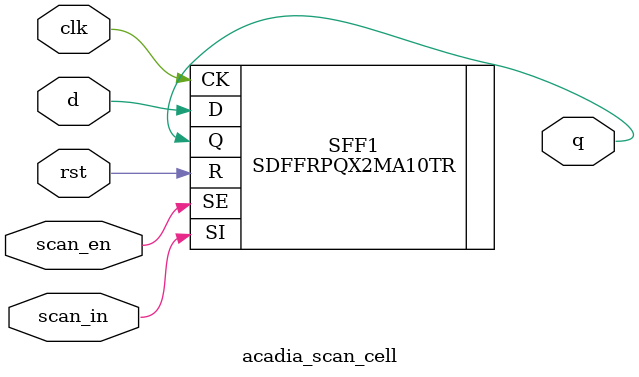
<source format=sv>

/**
 * Double flip-flop synchronizer for asynchronous clock domain crossing
 *
 * Cell: DFFYQX2
 */
module acadia_double_sync (
  input  logic clk,
  input  logic d,
  output logic q
);

logic conn;
DFFYQX2MA10TR F1 (.Q(conn), .D(d), .CK(clk));
DFFYQX2MA10TR F2 (.Q(q), .D(conn), .CK(clk));

endmodule : acadia_double_sync

/**
 * Triple flip-flop synchronizer for asynchronous clock domain crossing
 *
 * Cell: DFFYQX2
 */
module acadia_triple_sync (
  input  logic clk,
  input  logic d,
  output logic q
);

logic conn1, conn2;
DFFYQX2MA10TR F1 (.Q(conn1), .D(d), .CK(clk));
DFFYQX2MA10TR F2 (.Q(conn2), .D(conn1), .CK(clk));
DFFYQX2MA10TR F3 (.Q(q), .D(conn2), .CK(clk));

endmodule : acadia_triple_sync

/**
 * Reset synchronizer for asynchronous reset assertion and synchronous 
 * reset deassertion. The polarity assume an active-high asynchronous reset.
 * Typical implementations will tie d input to high (1'b1).
 * 
 * Cells: DFFRPQX3MA10TR, INVX16MA10TR
 */
module acadia_rst_sync (
  input  logic clk,
  input  logic rst,
  input  logic d,
  output logic q
);

logic conn1, conn2;
DFFRPQX3MA10TR F1 (.Q(conn1), .D(d), .CK(clk), .R(rst));
DFFRPQX3MA10TR F2 (.Q(conn2), .D(conn1), .CK(clk), .R(rst));
INVX16MA10TR   INV1 (.Y(q), .A(conn2));

endmodule : acadia_rst_sync

/**
 * Clock gate with active high enable and scan enable signals. If enable is high
 * during the low level of the clock, the clock gate will enable during the high
 * level of the clock. The active high scanmode enable essentially disabled the
 * clock gate. This can be tied to 1'b0 to remove the feature. 
 * 
 * Cell: PREICGX4BA10TR
 */
module acadia_clk_gate (
  input  logic clk,
  input  logic en,
  input  logic scanmode,
  output logic gclk
);

PREICGX4BA10TR CG1 (.ECK(gclk), .E(en), .SE(scanmode), .CK(clk));

endmodule : acadia_clk_gate

/**
 * The clock mux implementation garuntees no clock glitches on the mux output.
 * This cell is ideally used to switch between driving logic between two 
 * different clocks. Note that the cell adds a two cycle latency on the
 * selected clock domain from the synchronizers.
 * 
 * Reference Design: https://vlsitutorials.com/wp-content/uploads/2020/01/glitch-free-clock-mux-double-sync.png
 * 
 * Cell: DFFRPQX2MA10TR
 */
module acadia_clk_mux (
  input  logic clk1,
  input  logic clk2,
  input  logic rst,
  input  logic sel,
  output logic out_clk
);
logic sync1, sync2;
logic conn1, conn2, conn3, conn4;

assign conn1 = ~sel & ~sync2;
assign conn2 = sel & ~sync1;

DFFRPQX2MA10TR FF1(.Q(sync1), .D(conn1), .CK(clk1), .R(rst));
DFFRPQX2MA10TR FF2(.Q(sync2), .D(conn2), .CK(clk2), .R(rst));

assign conn3 = clk1 & sync1;

assign conn4 = clk2 & sync2;

assign out_clk = conn3 | conn4;

endmodule : acadia_clk_mux

/**
 * The cell implements a glitch-free 2 to 1 multiplexer design for 
 * asynchronous signal multiplexing that is prone to glitches.
 */
module acadia_async_mux (
  input  logic a,
  input  logic b,
  input  logic s,
  output logic o
);

  logic conn1;
  assign conn1 = ~s & a;

  logic conn2;
  assign conn2 = s & b;

  logic conn3;
  assign conn3 = a & b;

  assign o = conn1 | conn2 | conn3;

endmodule : acadia_async_mux

/**
 * The cell wraps a positive-edge triggered flop with scan input and scan enable
 * using an asynchronous active-high reset. This should be used to mark the
 * start and end of the scan chain for behavior purposes.
 *
 * Cell: SDFFRPQX2MA10TR
 */
module acadia_scan_cell (
  input  logic clk,
  input  logic rst,
  input  logic d,
  output logic q,
  input  logic scan_in,
  input  logic scan_en
);

  SDFFRPQX2MA10TR SFF1 (
    .Q(q), 
    .D(d), 
    .SI(scan_in), 
    .SE(scan_en), 
    .CK(clk), 
    .R(rst)
  );

endmodule : acadia_scan_cell
</source>
